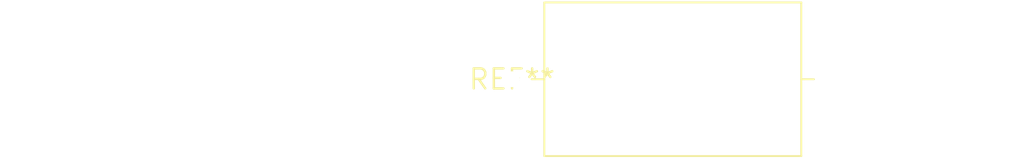
<source format=kicad_pcb>
(kicad_pcb (version 20240108) (generator pcbnew)
  (layers (0 "F.Cu" signal) (31 "B.Cu" signal) (34 "B.Paste" user) (35 "F.Paste" user) (36 "B.SilkS" user "B.Silkscreen") (37 "F.SilkS" user "F.Silkscreen") (38 "B.Mask" user) (39 "F.Mask" user) (44 "Edge.Cuts" user))
  (net 0 "")
  (footprint "L_Axial_L16.0mm_D9.5mm_P20.32mm_Horizontal_Vishay_IM-10-37" (layer "F.Cu") (at 0 0)
    (property "Reference" "REF**")
    (property "Value" "L_Axial_L16.0mm_D9.5mm_P20.32mm_Horizontal_Vishay_IM-10-37")
    (fp_line (start 1.24 0) (end 2.04 0) (layer "F.SilkS") (stroke (width 0.12)))
    (fp_line (start 2.04 -4.87) (end 2.04 4.87) (layer "F.SilkS") (stroke (width 0.12)))
    (fp_line (start 2.04 4.87) (end 18.28 4.87) (layer "F.SilkS") (stroke (width 0.12)))
    (fp_line (start 18.28 -4.87) (end 2.04 -4.87) (layer "F.SilkS") (stroke (width 0.12)))
    (fp_line (start 18.28 4.87) (end 18.28 -4.87) (layer "F.SilkS") (stroke (width 0.12)))
    (fp_line (start 19.08 0) (end 18.28 0) (layer "F.SilkS") (stroke (width 0.12)))
    (pad "1" thru_hole circle (at 0 0) (size 2 2) (drill 1) (layers *.Cu *.Mask) (remove_unused_layers))
    (pad "2" thru_hole oval (at 20.32 0) (size 2 2) (drill 1) (layers *.Cu *.Mask) (remove_unused_layers))
  )
)
</source>
